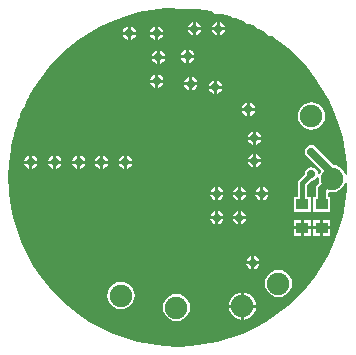
<source format=gbl>
%FSAX24Y24*%
%MOIN*%
G70*
G01*
G75*
G04 Layer_Physical_Order=2*
G04 Layer_Color=16711680*
%ADD10R,0.0354X0.0402*%
%ADD11R,0.0701X0.0165*%
%ADD12O,0.0701X0.0165*%
%ADD13R,0.1063X0.0669*%
%ADD14R,0.0402X0.0354*%
%ADD15R,0.0551X0.1102*%
%ADD16R,0.0551X0.0433*%
%ADD17R,0.2205X0.1181*%
%ADD18C,0.0150*%
%ADD19C,0.0500*%
%ADD20C,0.0450*%
%ADD21C,0.0350*%
%ADD22C,0.0100*%
%ADD23C,0.0250*%
%ADD24R,0.0800X0.0360*%
%ADD25R,0.0430X0.0410*%
%ADD26R,0.0600X0.0330*%
%ADD27R,0.1690X0.0060*%
%ADD28R,0.1490X0.0160*%
%ADD29R,0.0050X0.0230*%
%ADD30R,0.0090X0.0320*%
%ADD31R,0.0070X0.0240*%
%ADD32R,0.0060X0.0330*%
%ADD33R,0.0050X0.0350*%
%ADD34R,0.0100X0.0450*%
%ADD35R,0.0100X0.0300*%
%ADD36R,0.0150X0.0450*%
%ADD37R,0.1250X0.0550*%
%ADD38R,0.2250X0.0650*%
%ADD39R,0.1450X0.1700*%
%ADD40R,0.1750X0.1150*%
%ADD41R,0.1690X0.0370*%
%ADD42R,0.0580X0.0310*%
%ADD43R,0.0450X0.0290*%
%ADD44R,0.0320X0.0160*%
%ADD45R,0.1330X0.0770*%
%ADD46R,0.0720X0.0590*%
%ADD47R,0.0750X0.0510*%
%ADD48R,0.0240X0.0210*%
%ADD49R,0.0350X0.0300*%
%ADD50R,0.0420X0.0980*%
%ADD51R,0.1400X0.3700*%
%ADD52R,0.1000X0.0850*%
%ADD53R,0.1600X0.0550*%
%ADD54R,0.1350X0.1100*%
%ADD55R,0.2100X0.0900*%
%ADD56R,0.1250X0.1850*%
%ADD57R,0.1700X0.0800*%
%ADD58R,0.1050X0.1550*%
%ADD59R,0.1700X0.1250*%
%ADD60R,0.1450X0.0550*%
%ADD61R,0.1450X0.2650*%
%ADD62R,0.4000X0.0500*%
%ADD63R,0.4000X0.1498*%
%ADD64R,0.4000X0.1050*%
%ADD65R,0.1200X0.0950*%
%ADD66R,0.0350X0.2500*%
%ADD67R,0.1710X0.2600*%
%ADD68R,0.1150X0.1000*%
%ADD69R,0.1300X0.2600*%
%ADD70R,0.0800X0.1700*%
%ADD71R,0.4000X0.1200*%
%ADD72R,0.3250X0.0900*%
%ADD73R,0.1300X0.0150*%
%ADD74R,0.0400X0.0250*%
%ADD75R,0.1500X0.2500*%
%ADD76C,0.0750*%
%ADD77C,0.0290*%
G36*
X026250Y041900D02*
X026992D01*
X027183Y041877D01*
X027420Y041830D01*
X027500Y041750D01*
X027763D01*
X028044Y041670D01*
X028100Y041650D01*
X028150Y041600D01*
X028236D01*
X028461Y041517D01*
X028502Y041498D01*
X028600Y041400D01*
X028714D01*
X028863Y041331D01*
X028876Y041324D01*
X028900Y041300D01*
X028950Y041250D01*
X029008D01*
X029216Y041134D01*
X029250Y041100D01*
X029350Y041000D01*
X029422D01*
X029619Y040868D01*
X029680Y040820D01*
X029700Y040800D01*
X029705D01*
X029967Y040594D01*
X030293Y040293D01*
X030594Y039967D01*
X030868Y039619D01*
X031115Y039250D01*
X031331Y038863D01*
X031517Y038461D01*
X031670Y038044D01*
X031791Y037618D01*
X031877Y037183D01*
X031930Y036742D01*
X031944Y036363D01*
X031895Y036359D01*
X031893Y036369D01*
X031847Y036479D01*
X031775Y036575D01*
X031679Y036647D01*
X031569Y036693D01*
X031492Y036703D01*
X030963Y037233D01*
X030962Y037238D01*
X030912Y037312D01*
X030838Y037362D01*
X030750Y037379D01*
X030662Y037362D01*
X030588Y037312D01*
X030538Y037238D01*
X030521Y037150D01*
X030538Y037062D01*
X030588Y036988D01*
X030662Y036938D01*
X030667Y036937D01*
X031084Y036520D01*
X031053Y036479D01*
X031025Y036414D01*
X030976Y036419D01*
X030962Y036488D01*
X030912Y036562D01*
X030838Y036612D01*
X030750Y036629D01*
X030662Y036612D01*
X030588Y036562D01*
X030538Y036488D01*
X030521Y036400D01*
X030522Y036395D01*
X030338Y036212D01*
X030304Y036160D01*
X030292Y036100D01*
Y035651D01*
X030169D01*
Y035137D01*
X030731D01*
Y035651D01*
X030608D01*
Y036035D01*
X030745Y036172D01*
X030750Y036171D01*
X030838Y036188D01*
X030912Y036238D01*
X030947Y036290D01*
X030994Y036273D01*
X030991Y036250D01*
X031007Y036131D01*
X031015Y036111D01*
X030952Y036048D01*
X030907Y035980D01*
X030891Y035900D01*
X030891Y035900D01*
Y035651D01*
X030819D01*
Y035137D01*
X031381D01*
Y035651D01*
X031309D01*
Y035753D01*
X031321Y035782D01*
X031347Y035805D01*
X031450Y035791D01*
X031569Y035807D01*
X031679Y035853D01*
X031775Y035925D01*
X031847Y036021D01*
X031891Y036125D01*
X031940Y036115D01*
X031930Y035856D01*
X031877Y035416D01*
X031791Y034981D01*
X031670Y034554D01*
X031517Y034138D01*
X031331Y033735D01*
X031115Y033348D01*
X030868Y032980D01*
X030594Y032631D01*
X030293Y032306D01*
X029967Y032005D01*
X029619Y031730D01*
X029250Y031484D01*
X028863Y031267D01*
X028461Y031081D01*
X028044Y030928D01*
X027618Y030808D01*
X027183Y030721D01*
X026742Y030669D01*
X026299Y030652D01*
X025856Y030669D01*
X025416Y030721D01*
X024981Y030808D01*
X024554Y030928D01*
X024138Y031081D01*
X023735Y031267D01*
X023348Y031484D01*
X022980Y031730D01*
X022631Y032005D01*
X022306Y032306D01*
X022005Y032631D01*
X021730Y032980D01*
X021484Y033348D01*
X021267Y033735D01*
X021081Y034138D01*
X020928Y034554D01*
X020808Y034981D01*
X020750Y035270D01*
Y035400D01*
X020719Y035431D01*
X020669Y035856D01*
X020652Y036299D01*
X020669Y036742D01*
X020686Y036886D01*
X020700Y036900D01*
Y037000D01*
Y037005D01*
X020721Y037183D01*
X020731Y037231D01*
X020750Y037250D01*
Y037328D01*
X020808Y037618D01*
X020823Y037673D01*
X020850Y037700D01*
Y037768D01*
X020902Y037952D01*
X020950Y038000D01*
Y038100D01*
Y038104D01*
X021006Y038256D01*
X021050Y038300D01*
Y038375D01*
X021081Y038461D01*
X021142Y038592D01*
X021200Y038650D01*
Y038718D01*
X021267Y038863D01*
X021336Y038986D01*
X021350Y039000D01*
Y039011D01*
X021484Y039250D01*
X021730Y039619D01*
X022005Y039967D01*
X022306Y040293D01*
X022631Y040594D01*
X022980Y040868D01*
X023348Y041115D01*
X023735Y041331D01*
X024138Y041517D01*
X024554Y041670D01*
X024981Y041791D01*
X025416Y041877D01*
X025856Y041929D01*
X026207Y041943D01*
X026250Y041900D01*
D02*
G37*
%LPC*%
G36*
X028300Y035969D02*
X028262Y035962D01*
X028188Y035912D01*
X028138Y035838D01*
X028131Y035800D01*
X028300D01*
Y035969D01*
D02*
G37*
G36*
X027650D02*
Y035800D01*
X027819D01*
X027812Y035838D01*
X027762Y035912D01*
X027688Y035962D01*
X027650Y035969D01*
D02*
G37*
G36*
X028400D02*
Y035800D01*
X028569D01*
X028562Y035838D01*
X028512Y035912D01*
X028438Y035962D01*
X028400Y035969D01*
D02*
G37*
G36*
X029150D02*
Y035800D01*
X029319D01*
X029312Y035838D01*
X029262Y035912D01*
X029188Y035962D01*
X029150Y035969D01*
D02*
G37*
G36*
X029050D02*
X029012Y035962D01*
X028938Y035912D01*
X028888Y035838D01*
X028881Y035800D01*
X029050D01*
Y035969D01*
D02*
G37*
G36*
X027550D02*
X027512Y035962D01*
X027438Y035912D01*
X027388Y035838D01*
X027381Y035800D01*
X027550D01*
Y035969D01*
D02*
G37*
G36*
X028300Y035700D02*
X028131D01*
X028138Y035662D01*
X028188Y035588D01*
X028262Y035538D01*
X028300Y035531D01*
Y035700D01*
D02*
G37*
G36*
X027819D02*
X027650D01*
Y035531D01*
X027688Y035538D01*
X027762Y035588D01*
X027812Y035662D01*
X027819Y035700D01*
D02*
G37*
G36*
X027550D02*
X027381D01*
X027388Y035662D01*
X027438Y035588D01*
X027512Y035538D01*
X027550Y035531D01*
Y035700D01*
D02*
G37*
G36*
X029319D02*
X029150D01*
Y035531D01*
X029188Y035538D01*
X029262Y035588D01*
X029312Y035662D01*
X029319Y035700D01*
D02*
G37*
G36*
X029050D02*
X028881D01*
X028888Y035662D01*
X028938Y035588D01*
X029012Y035538D01*
X029050Y035531D01*
Y035700D01*
D02*
G37*
G36*
X028569D02*
X028400D01*
Y035531D01*
X028438Y035538D01*
X028512Y035588D01*
X028562Y035662D01*
X028569Y035700D01*
D02*
G37*
G36*
X021350Y036750D02*
X021181D01*
X021188Y036712D01*
X021238Y036638D01*
X021312Y036588D01*
X021350Y036581D01*
Y036750D01*
D02*
G37*
G36*
X028800Y036800D02*
X028631D01*
X028638Y036762D01*
X028688Y036688D01*
X028762Y036638D01*
X028800Y036631D01*
Y036800D01*
D02*
G37*
G36*
X024769Y036750D02*
X024600D01*
Y036581D01*
X024638Y036588D01*
X024712Y036638D01*
X024762Y036712D01*
X024769Y036750D01*
D02*
G37*
G36*
X024500D02*
X024331D01*
X024338Y036712D01*
X024388Y036638D01*
X024462Y036588D01*
X024500Y036581D01*
Y036750D01*
D02*
G37*
G36*
X021450Y037019D02*
Y036850D01*
X021619D01*
X021612Y036888D01*
X021562Y036962D01*
X021488Y037012D01*
X021450Y037019D01*
D02*
G37*
G36*
X021350D02*
X021312Y037012D01*
X021238Y036962D01*
X021188Y036888D01*
X021181Y036850D01*
X021350D01*
Y037019D01*
D02*
G37*
G36*
X029069Y036800D02*
X028900D01*
Y036631D01*
X028938Y036638D01*
X029012Y036688D01*
X029062Y036762D01*
X029069Y036800D01*
D02*
G37*
G36*
X023969Y036750D02*
X023800D01*
Y036581D01*
X023838Y036588D01*
X023912Y036638D01*
X023962Y036712D01*
X023969Y036750D01*
D02*
G37*
G36*
X022419D02*
X022250D01*
Y036581D01*
X022288Y036588D01*
X022362Y036638D01*
X022412Y036712D01*
X022419Y036750D01*
D02*
G37*
G36*
X022150D02*
X021981D01*
X021988Y036712D01*
X022038Y036638D01*
X022112Y036588D01*
X022150Y036581D01*
Y036750D01*
D02*
G37*
G36*
X021619D02*
X021450D01*
Y036581D01*
X021488Y036588D01*
X021562Y036638D01*
X021612Y036712D01*
X021619Y036750D01*
D02*
G37*
G36*
X023700D02*
X023531D01*
X023538Y036712D01*
X023588Y036638D01*
X023662Y036588D01*
X023700Y036581D01*
Y036750D01*
D02*
G37*
G36*
X023219D02*
X023050D01*
Y036581D01*
X023088Y036588D01*
X023162Y036638D01*
X023212Y036712D01*
X023219Y036750D01*
D02*
G37*
G36*
X022950D02*
X022781D01*
X022788Y036712D01*
X022838Y036638D01*
X022912Y036588D01*
X022950Y036581D01*
Y036750D01*
D02*
G37*
G36*
X028750Y033669D02*
X028712Y033662D01*
X028638Y033612D01*
X028588Y033538D01*
X028581Y033500D01*
X028750D01*
Y033669D01*
D02*
G37*
G36*
X029019Y033400D02*
X028850D01*
Y033231D01*
X028888Y033238D01*
X028962Y033288D01*
X029012Y033362D01*
X029019Y033400D01*
D02*
G37*
G36*
X028750D02*
X028581D01*
X028588Y033362D01*
X028638Y033288D01*
X028712Y033238D01*
X028750Y033231D01*
Y033400D01*
D02*
G37*
G36*
X030731Y034556D02*
X030500D01*
Y034349D01*
X030731D01*
Y034556D01*
D02*
G37*
G36*
X030400D02*
X030169D01*
Y034349D01*
X030400D01*
Y034556D01*
D02*
G37*
G36*
X028850Y033669D02*
Y033500D01*
X029019D01*
X029012Y033538D01*
X028962Y033612D01*
X028888Y033662D01*
X028850Y033669D01*
D02*
G37*
G36*
X029650Y033209D02*
X029531Y033193D01*
X029421Y033147D01*
X029325Y033075D01*
X029253Y032979D01*
X029207Y032869D01*
X029191Y032750D01*
X029207Y032631D01*
X029253Y032521D01*
X029325Y032425D01*
X029421Y032353D01*
X029531Y032307D01*
X029650Y032291D01*
X029769Y032307D01*
X029879Y032353D01*
X029975Y032425D01*
X030047Y032521D01*
X030093Y032631D01*
X030109Y032750D01*
X030093Y032869D01*
X030047Y032979D01*
X029975Y033075D01*
X029879Y033147D01*
X029769Y033193D01*
X029650Y033209D01*
D02*
G37*
G36*
X028902Y031950D02*
X028500D01*
Y031548D01*
X028569Y031557D01*
X028679Y031603D01*
X028775Y031675D01*
X028847Y031771D01*
X028893Y031881D01*
X028902Y031950D01*
D02*
G37*
G36*
X028400D02*
X027998D01*
X028007Y031881D01*
X028053Y031771D01*
X028125Y031675D01*
X028221Y031603D01*
X028331Y031557D01*
X028400Y031548D01*
Y031950D01*
D02*
G37*
G36*
X026250Y032409D02*
X026131Y032393D01*
X026021Y032347D01*
X025925Y032275D01*
X025853Y032179D01*
X025807Y032069D01*
X025791Y031950D01*
X025807Y031831D01*
X025853Y031721D01*
X025925Y031625D01*
X026021Y031553D01*
X026131Y031507D01*
X026250Y031491D01*
X026369Y031507D01*
X026479Y031553D01*
X026575Y031625D01*
X026647Y031721D01*
X026693Y031831D01*
X026709Y031950D01*
X026693Y032069D01*
X026647Y032179D01*
X026575Y032275D01*
X026479Y032347D01*
X026369Y032393D01*
X026250Y032409D01*
D02*
G37*
G36*
X028500Y032452D02*
Y032050D01*
X028902D01*
X028893Y032119D01*
X028847Y032229D01*
X028775Y032325D01*
X028679Y032397D01*
X028569Y032443D01*
X028500Y032452D01*
D02*
G37*
G36*
X028400D02*
X028331Y032443D01*
X028221Y032397D01*
X028125Y032325D01*
X028053Y032229D01*
X028007Y032119D01*
X027998Y032050D01*
X028400D01*
Y032452D01*
D02*
G37*
G36*
X024400Y032809D02*
X024281Y032793D01*
X024171Y032747D01*
X024075Y032675D01*
X024003Y032579D01*
X023957Y032469D01*
X023941Y032350D01*
X023957Y032231D01*
X024003Y032121D01*
X024075Y032025D01*
X024171Y031953D01*
X024281Y031907D01*
X024400Y031891D01*
X024519Y031907D01*
X024629Y031953D01*
X024725Y032025D01*
X024797Y032121D01*
X024843Y032231D01*
X024859Y032350D01*
X024843Y032469D01*
X024797Y032579D01*
X024725Y032675D01*
X024629Y032747D01*
X024519Y032793D01*
X024400Y032809D01*
D02*
G37*
G36*
X031050Y034556D02*
X030819D01*
Y034349D01*
X031050D01*
Y034556D01*
D02*
G37*
G36*
X027550Y035169D02*
X027512Y035162D01*
X027438Y035112D01*
X027388Y035038D01*
X027381Y035000D01*
X027550D01*
Y035169D01*
D02*
G37*
G36*
X028569Y034900D02*
X028400D01*
Y034731D01*
X028438Y034738D01*
X028512Y034788D01*
X028562Y034862D01*
X028569Y034900D01*
D02*
G37*
G36*
X028300D02*
X028131D01*
X028138Y034862D01*
X028188Y034788D01*
X028262Y034738D01*
X028300Y034731D01*
Y034900D01*
D02*
G37*
G36*
X028400Y035169D02*
Y035000D01*
X028569D01*
X028562Y035038D01*
X028512Y035112D01*
X028438Y035162D01*
X028400Y035169D01*
D02*
G37*
G36*
X028300D02*
X028262Y035162D01*
X028188Y035112D01*
X028138Y035038D01*
X028131Y035000D01*
X028300D01*
Y035169D01*
D02*
G37*
G36*
X027650D02*
Y035000D01*
X027819D01*
X027812Y035038D01*
X027762Y035112D01*
X027688Y035162D01*
X027650Y035169D01*
D02*
G37*
G36*
X027819Y034900D02*
X027650D01*
Y034731D01*
X027688Y034738D01*
X027762Y034788D01*
X027812Y034862D01*
X027819Y034900D01*
D02*
G37*
G36*
X030731Y034863D02*
X030500D01*
Y034656D01*
X030731D01*
Y034863D01*
D02*
G37*
G36*
X030400D02*
X030169D01*
Y034656D01*
X030400D01*
Y034863D01*
D02*
G37*
G36*
X031381Y034556D02*
X031150D01*
Y034349D01*
X031381D01*
Y034556D01*
D02*
G37*
G36*
X027550Y034900D02*
X027381D01*
X027388Y034862D01*
X027438Y034788D01*
X027512Y034738D01*
X027550Y034731D01*
Y034900D01*
D02*
G37*
G36*
X031381Y034863D02*
X031150D01*
Y034656D01*
X031381D01*
Y034863D01*
D02*
G37*
G36*
X031050D02*
X030819D01*
Y034656D01*
X031050D01*
Y034863D01*
D02*
G37*
G36*
X022150Y037019D02*
X022112Y037012D01*
X022038Y036962D01*
X021988Y036888D01*
X021981Y036850D01*
X022150D01*
Y037019D01*
D02*
G37*
G36*
X026580Y040549D02*
X026542Y040542D01*
X026468Y040492D01*
X026418Y040418D01*
X026411Y040380D01*
X026580D01*
Y040549D01*
D02*
G37*
G36*
X025700Y040519D02*
Y040350D01*
X025869D01*
X025862Y040388D01*
X025812Y040462D01*
X025738Y040512D01*
X025700Y040519D01*
D02*
G37*
G36*
X025600D02*
X025562Y040512D01*
X025488Y040462D01*
X025438Y040388D01*
X025431Y040350D01*
X025600D01*
Y040519D01*
D02*
G37*
G36*
X024899Y041050D02*
X024730D01*
Y040881D01*
X024768Y040888D01*
X024842Y040938D01*
X024892Y041012D01*
X024899Y041050D01*
D02*
G37*
G36*
X024630D02*
X024461D01*
X024468Y041012D01*
X024518Y040938D01*
X024592Y040888D01*
X024630Y040881D01*
Y041050D01*
D02*
G37*
G36*
X026680Y040549D02*
Y040380D01*
X026849D01*
X026842Y040418D01*
X026792Y040492D01*
X026718Y040542D01*
X026680Y040549D01*
D02*
G37*
G36*
X026849Y040280D02*
X026680D01*
Y040111D01*
X026718Y040118D01*
X026792Y040168D01*
X026842Y040242D01*
X026849Y040280D01*
D02*
G37*
G36*
X025650Y039719D02*
Y039550D01*
X025819D01*
X025812Y039588D01*
X025762Y039662D01*
X025688Y039712D01*
X025650Y039719D01*
D02*
G37*
G36*
X025550D02*
X025512Y039712D01*
X025438Y039662D01*
X025388Y039588D01*
X025381Y039550D01*
X025550D01*
Y039719D01*
D02*
G37*
G36*
X026780Y039629D02*
Y039460D01*
X026949D01*
X026942Y039498D01*
X026892Y039572D01*
X026818Y039622D01*
X026780Y039629D01*
D02*
G37*
G36*
X026580Y040280D02*
X026411D01*
X026418Y040242D01*
X026468Y040168D01*
X026542Y040118D01*
X026580Y040111D01*
Y040280D01*
D02*
G37*
G36*
X025869Y040250D02*
X025700D01*
Y040081D01*
X025738Y040088D01*
X025812Y040138D01*
X025862Y040212D01*
X025869Y040250D01*
D02*
G37*
G36*
X025600D02*
X025431D01*
X025438Y040212D01*
X025488Y040138D01*
X025562Y040088D01*
X025600Y040081D01*
Y040250D01*
D02*
G37*
G36*
X025540Y041050D02*
X025371D01*
X025378Y041012D01*
X025428Y040938D01*
X025502Y040888D01*
X025540Y040881D01*
Y041050D01*
D02*
G37*
G36*
X026800Y041469D02*
X026762Y041462D01*
X026688Y041412D01*
X026638Y041338D01*
X026631Y041300D01*
X026800D01*
Y041469D01*
D02*
G37*
G36*
X025640Y041319D02*
Y041150D01*
X025809D01*
X025802Y041188D01*
X025752Y041262D01*
X025678Y041312D01*
X025640Y041319D01*
D02*
G37*
G36*
X025540D02*
X025502Y041312D01*
X025428Y041262D01*
X025378Y041188D01*
X025371Y041150D01*
X025540D01*
Y041319D01*
D02*
G37*
G36*
X027700Y041469D02*
Y041300D01*
X027869D01*
X027862Y041338D01*
X027812Y041412D01*
X027738Y041462D01*
X027700Y041469D01*
D02*
G37*
G36*
X027600D02*
X027562Y041462D01*
X027488Y041412D01*
X027438Y041338D01*
X027431Y041300D01*
X027600D01*
Y041469D01*
D02*
G37*
G36*
X026900D02*
Y041300D01*
X027069D01*
X027062Y041338D01*
X027012Y041412D01*
X026938Y041462D01*
X026900Y041469D01*
D02*
G37*
G36*
X024730Y041319D02*
Y041150D01*
X024899D01*
X024892Y041188D01*
X024842Y041262D01*
X024768Y041312D01*
X024730Y041319D01*
D02*
G37*
G36*
X027069Y041200D02*
X026900D01*
Y041031D01*
X026938Y041038D01*
X027012Y041088D01*
X027062Y041162D01*
X027069Y041200D01*
D02*
G37*
G36*
X026800D02*
X026631D01*
X026638Y041162D01*
X026688Y041088D01*
X026762Y041038D01*
X026800Y041031D01*
Y041200D01*
D02*
G37*
G36*
X025809Y041050D02*
X025640D01*
Y040881D01*
X025678Y040888D01*
X025752Y040938D01*
X025802Y041012D01*
X025809Y041050D01*
D02*
G37*
G36*
X024630Y041319D02*
X024592Y041312D01*
X024518Y041262D01*
X024468Y041188D01*
X024461Y041150D01*
X024630D01*
Y041319D01*
D02*
G37*
G36*
X027869Y041200D02*
X027700D01*
Y041031D01*
X027738Y041038D01*
X027812Y041088D01*
X027862Y041162D01*
X027869Y041200D01*
D02*
G37*
G36*
X027600D02*
X027431D01*
X027438Y041162D01*
X027488Y041088D01*
X027562Y041038D01*
X027600Y041031D01*
Y041200D01*
D02*
G37*
G36*
X028800Y037550D02*
X028631D01*
X028638Y037512D01*
X028688Y037438D01*
X028762Y037388D01*
X028800Y037381D01*
Y037550D01*
D02*
G37*
G36*
X028900Y037069D02*
Y036900D01*
X029069D01*
X029062Y036938D01*
X029012Y037012D01*
X028938Y037062D01*
X028900Y037069D01*
D02*
G37*
G36*
X028800D02*
X028762Y037062D01*
X028688Y037012D01*
X028638Y036938D01*
X028631Y036900D01*
X028800D01*
Y037069D01*
D02*
G37*
G36*
X028900Y037819D02*
Y037650D01*
X029069D01*
X029062Y037688D01*
X029012Y037762D01*
X028938Y037812D01*
X028900Y037819D01*
D02*
G37*
G36*
X028800D02*
X028762Y037812D01*
X028688Y037762D01*
X028638Y037688D01*
X028631Y037650D01*
X028800D01*
Y037819D01*
D02*
G37*
G36*
X029069Y037550D02*
X028900D01*
Y037381D01*
X028938Y037388D01*
X029012Y037438D01*
X029062Y037512D01*
X029069Y037550D01*
D02*
G37*
G36*
X024600Y037019D02*
Y036850D01*
X024769D01*
X024762Y036888D01*
X024712Y036962D01*
X024638Y037012D01*
X024600Y037019D01*
D02*
G37*
G36*
X023050D02*
Y036850D01*
X023219D01*
X023212Y036888D01*
X023162Y036962D01*
X023088Y037012D01*
X023050Y037019D01*
D02*
G37*
G36*
X022950D02*
X022912Y037012D01*
X022838Y036962D01*
X022788Y036888D01*
X022781Y036850D01*
X022950D01*
Y037019D01*
D02*
G37*
G36*
X022250D02*
Y036850D01*
X022419D01*
X022412Y036888D01*
X022362Y036962D01*
X022288Y037012D01*
X022250Y037019D01*
D02*
G37*
G36*
X024500D02*
X024462Y037012D01*
X024388Y036962D01*
X024338Y036888D01*
X024331Y036850D01*
X024500D01*
Y037019D01*
D02*
G37*
G36*
X023800D02*
Y036850D01*
X023969D01*
X023962Y036888D01*
X023912Y036962D01*
X023838Y037012D01*
X023800Y037019D01*
D02*
G37*
G36*
X023700D02*
X023662Y037012D01*
X023588Y036962D01*
X023538Y036888D01*
X023531Y036850D01*
X023700D01*
Y037019D01*
D02*
G37*
G36*
X030750Y038789D02*
X030631Y038773D01*
X030521Y038727D01*
X030425Y038655D01*
X030353Y038559D01*
X030307Y038449D01*
X030291Y038330D01*
X030307Y038211D01*
X030353Y038101D01*
X030425Y038005D01*
X030521Y037933D01*
X030631Y037887D01*
X030750Y037871D01*
X030869Y037887D01*
X030979Y037933D01*
X031075Y038005D01*
X031147Y038101D01*
X031193Y038211D01*
X031209Y038330D01*
X031193Y038449D01*
X031147Y038559D01*
X031075Y038655D01*
X030979Y038727D01*
X030869Y038773D01*
X030750Y038789D01*
D02*
G37*
G36*
X025819Y039450D02*
X025650D01*
Y039281D01*
X025688Y039288D01*
X025762Y039338D01*
X025812Y039412D01*
X025819Y039450D01*
D02*
G37*
G36*
X025550D02*
X025381D01*
X025388Y039412D01*
X025438Y039338D01*
X025512Y039288D01*
X025550Y039281D01*
Y039450D01*
D02*
G37*
G36*
X026949Y039360D02*
X026780D01*
Y039191D01*
X026818Y039198D01*
X026892Y039248D01*
X026942Y039322D01*
X026949Y039360D01*
D02*
G37*
G36*
X026680Y039629D02*
X026642Y039622D01*
X026568Y039572D01*
X026518Y039498D01*
X026511Y039460D01*
X026680D01*
Y039629D01*
D02*
G37*
G36*
X027600Y039519D02*
Y039350D01*
X027769D01*
X027762Y039388D01*
X027712Y039462D01*
X027638Y039512D01*
X027600Y039519D01*
D02*
G37*
G36*
X027500D02*
X027462Y039512D01*
X027388Y039462D01*
X027338Y039388D01*
X027331Y039350D01*
X027500D01*
Y039519D01*
D02*
G37*
G36*
X026680Y039360D02*
X026511D01*
X026518Y039322D01*
X026568Y039248D01*
X026642Y039198D01*
X026680Y039191D01*
Y039360D01*
D02*
G37*
G36*
X028600Y038779D02*
X028562Y038772D01*
X028488Y038722D01*
X028438Y038648D01*
X028431Y038610D01*
X028600D01*
Y038779D01*
D02*
G37*
G36*
X028869Y038510D02*
X028700D01*
Y038341D01*
X028738Y038348D01*
X028812Y038398D01*
X028862Y038472D01*
X028869Y038510D01*
D02*
G37*
G36*
X028600D02*
X028431D01*
X028438Y038472D01*
X028488Y038398D01*
X028562Y038348D01*
X028600Y038341D01*
Y038510D01*
D02*
G37*
G36*
X027769Y039250D02*
X027600D01*
Y039081D01*
X027638Y039088D01*
X027712Y039138D01*
X027762Y039212D01*
X027769Y039250D01*
D02*
G37*
G36*
X027500D02*
X027331D01*
X027338Y039212D01*
X027388Y039138D01*
X027462Y039088D01*
X027500Y039081D01*
Y039250D01*
D02*
G37*
G36*
X028700Y038779D02*
Y038610D01*
X028869D01*
X028862Y038648D01*
X028812Y038722D01*
X028738Y038772D01*
X028700Y038779D01*
D02*
G37*
%LPD*%
D14*
X031100Y035394D02*
D03*
Y034606D02*
D03*
X030450Y035394D02*
D03*
Y034606D02*
D03*
D18*
X031450Y036250D02*
Y036450D01*
X030450Y036100D02*
X030750Y036400D01*
X030450Y035394D02*
Y036100D01*
D23*
X031100Y035394D02*
Y035900D01*
X031450Y036250D01*
X030750Y037150D02*
X031450Y036450D01*
D76*
Y036250D02*
D03*
X028450Y032000D02*
D03*
X029650Y032750D02*
D03*
X030750Y038330D02*
D03*
X026250Y031950D02*
D03*
X024400Y032350D02*
D03*
D77*
X030750Y036400D02*
D03*
X028800Y033450D02*
D03*
X028350Y034950D02*
D03*
X027600D02*
D03*
X028850Y037600D02*
D03*
Y036850D02*
D03*
X026730Y039410D02*
D03*
X027550Y039300D02*
D03*
X024680Y041100D02*
D03*
X024550Y036800D02*
D03*
X023750D02*
D03*
X023000D02*
D03*
X022200D02*
D03*
X028650Y038560D02*
D03*
X030750Y037150D02*
D03*
X028350Y035750D02*
D03*
X029100D02*
D03*
X027600D02*
D03*
X021400Y036800D02*
D03*
X027650Y041250D02*
D03*
X026630Y040330D02*
D03*
X026850Y041250D02*
D03*
X025600Y039500D02*
D03*
X025650Y040300D02*
D03*
X025590Y041100D02*
D03*
M02*

</source>
